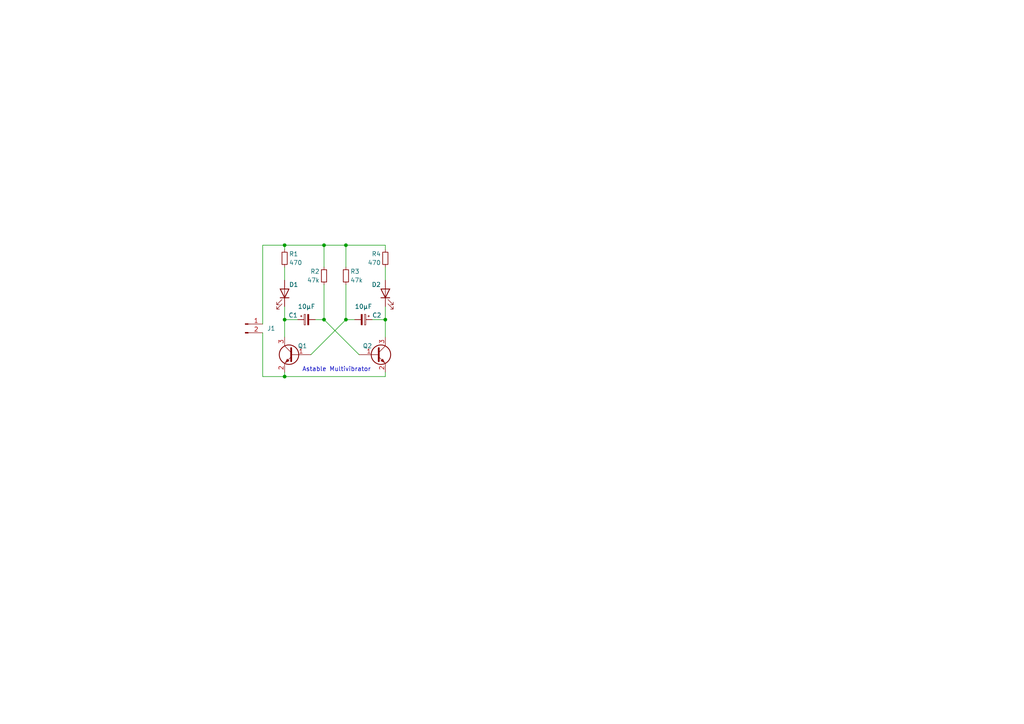
<source format=kicad_sch>
(kicad_sch (version 20230121) (generator eeschema)
  (paper "A4")
  (lib_symbols
    (symbol "Connector:Conn_01x02_Pin" (pin_names (offset 1.016) hide)
      (property "Reference" "J" (at 0 2.54 0))
      (property "Value" "Conn_01x02_Pin" (at 0 -5.08 0))
      (symbol "Conn_01x02_Pin_1_1"
        (polyline (pts (xy 1.27 -2.54) (xy 0.8636 -2.54)) (stroke (width 0.1524)))
        (polyline (pts (xy 1.27 0) (xy 0.8636 0)) (stroke (width 0.1524)))
        (rectangle (start 0.8636 -2.413) (end 0 -2.667) (stroke (width 0.1524)) (fill (type outline)))
        (rectangle (start 0.8636 0.127) (end 0 -0.127) (stroke (width 0.1524)) (fill (type outline)))
        (pin passive line (at 5.08 0 180) (length 3.81) (name "Pin_1") (number "1"))
        (pin passive line (at 5.08 -2.54 180) (length 3.81) (name "Pin_2") (number "2"))
      )
    )
    (symbol "Device:C_Polarized_Small" (pin_numbers hide) (pin_names (offset 0.254) hide)
      (property "Reference" "C" (at 0.254 1.778 0))
      (property "Value" "C_Polarized_Small" (at 0.254 -2.032 0))
      (symbol "C_Polarized_Small_0_1"
        (rectangle (start -1.524 -0.3048) (end 1.524 -0.6858) (fill (type outline)))
        (rectangle (start -1.524 0.6858) (end 1.524 0.3048))
        (polyline (pts (xy -1.27 1.524) (xy -0.762 1.524)))
        (polyline (pts (xy -1.016 1.27) (xy -1.016 1.778)))
      )
      (symbol "C_Polarized_Small_1_1"
        (pin passive line (at 0 2.54 270) (length 1.8542) (name "~") (number "1"))
        (pin passive line (at 0 -2.54 90) (length 1.8542) (name "~") (number "2"))
      )
    )
    (symbol "Device:LED" (pin_numbers hide) (pin_names (offset 1.016) hide)
      (property "Reference" "D" (at 0 2.54 0))
      (property "Value" "LED" (at 0 -2.54 0))
      (symbol "LED_0_1"
        (polyline (pts (xy -1.27 -1.27) (xy -1.27 1.27)) (stroke (width 0.254)))
        (polyline (pts (xy -1.27 0) (xy 1.27 0)))
        (polyline (pts (xy 1.27 -1.27) (xy 1.27 1.27) (xy -1.27 0) (xy 1.27 -1.27)) (stroke (width 0.254)))
        (polyline (pts (xy -3.048 -0.762) (xy -4.572 -2.286) (xy -3.81 -2.286) (xy -4.572 -2.286) (xy -4.572 -1.524)))
        (polyline (pts (xy -1.778 -0.762) (xy -3.302 -2.286) (xy -2.54 -2.286) (xy -3.302 -2.286) (xy -3.302 -1.524)))
      )
      (symbol "LED_1_1"
        (pin passive line (at -3.81 0 0) (length 2.54) (name "K") (number "1"))
        (pin passive line (at 3.81 0 180) (length 2.54) (name "A") (number "2"))
      )
    )
    (symbol "Device:R_Small" (pin_numbers hide) (pin_names (offset 0.254) hide)
      (property "Reference" "R" (at 0.762 0.508 0))
      (property "Value" "R_Small" (at 0.762 -1.016 0))
      (symbol "R_Small_0_1"
        (rectangle (start -0.762 1.778) (end 0.762 -1.778) (stroke (width 0.2032)))
      )
      (symbol "R_Small_1_1"
        (pin passive line (at 0 2.54 270) (length 0.762) (name "~") (number "1"))
        (pin passive line (at 0 -2.54 90) (length 0.762) (name "~") (number "2"))
      )
    )
    (symbol "Transistor_BJT:BC817" (pin_names (offset 0) hide)
      (property "Reference" "Q" (at 5.08 1.905 0))
      (property "Value" "BC817" (at 5.08 0 0))
      (symbol "BC817_0_1"
        (polyline (pts (xy 0.635 0.635) (xy 2.54 2.54)))
        (polyline (pts (xy 0.635 -0.635) (xy 2.54 -2.54) (xy 2.54 -2.54)))
        (polyline (pts (xy 0.635 1.905) (xy 0.635 -1.905) (xy 0.635 -1.905)) (stroke (width 0.508)))
        (polyline (pts (xy 1.27 -1.778) (xy 1.778 -1.27) (xy 2.286 -2.286) (xy 1.27 -1.778) (xy 1.27 -1.778)) (fill (type outline)))
        (circle (center 1.27 0) (radius 2.8194) (stroke (width 0.254)))
      )
      (symbol "BC817_1_1"
        (pin input line (at -5.08 0 0) (length 5.715) (name "B") (number "1"))
        (pin passive line (at 2.54 -5.08 90) (length 2.54) (name "E") (number "2"))
        (pin passive line (at 2.54 5.08 270) (length 2.54) (name "C") (number "3"))
      )
    )
  )
  (junction (at 82.55 109.22))
  (junction (at 100.33 71.12))
  (junction (at 93.98 71.12))
  (junction (at 93.98 92.71))
  (junction (at 82.55 71.12))
  (junction (at 100.33 92.71))
  (junction (at 82.55 92.71))
  (junction (at 111.76 92.71))
  (wire (pts (xy 111.76 88.9) (xy 111.76 92.71)))
  (wire (pts (xy 93.98 71.12) (xy 82.55 71.12)))
  (wire (pts (xy 76.2 71.12) (xy 76.2 93.98)))
  (wire (pts (xy 111.76 107.95) (xy 111.76 109.22)))
  (wire (pts (xy 111.76 92.71) (xy 107.95 92.71)))
  (wire (pts (xy 76.2 109.22) (xy 76.2 96.52)))
  (wire (pts (xy 82.55 71.12) (xy 76.2 71.12)))
  (wire (pts (xy 82.55 92.71) (xy 82.55 97.79)))
  (wire (pts (xy 82.55 107.95) (xy 82.55 109.22)))
  (wire (pts (xy 104.14 102.87) (xy 93.98 92.71)))
  (wire (pts (xy 82.55 71.12) (xy 82.55 72.39)))
  (wire (pts (xy 82.55 109.22) (xy 111.76 109.22)))
  (wire (pts (xy 100.33 71.12) (xy 93.98 71.12)))
  (wire (pts (xy 91.44 92.71) (xy 93.98 92.71)))
  (wire (pts (xy 90.17 102.87) (xy 100.33 92.71)))
  (wire (pts (xy 111.76 92.71) (xy 111.76 97.79)))
  (wire (pts (xy 82.55 77.47) (xy 82.55 81.28)))
  (wire (pts (xy 93.98 71.12) (xy 93.98 77.47)))
  (wire (pts (xy 100.33 92.71) (xy 100.33 82.55)))
  (wire (pts (xy 82.55 92.71) (xy 82.55 88.9)))
  (wire (pts (xy 102.87 92.71) (xy 100.33 92.71)))
  (wire (pts (xy 76.2 109.22) (xy 82.55 109.22)))
  (wire (pts (xy 111.76 71.12) (xy 100.33 71.12)))
  (wire (pts (xy 100.33 71.12) (xy 100.33 77.47)))
  (wire (pts (xy 111.76 77.47) (xy 111.76 81.28)))
  (wire (pts (xy 86.36 92.71) (xy 82.55 92.71)))
  (wire (pts (xy 111.76 72.39) (xy 111.76 71.12)))
  (wire (pts (xy 93.98 92.71) (xy 93.98 82.55)))
  (text "Astable Multivibrator" (at 87.63 107.95 0) (effects (font (size 1.27 1.27)) (justify left bottom)))
  (symbol (lib_id "Device:C_Polarized_Small") (at 105.41 92.71 270) (unit 1)
    (property "Reference" "C2" (at 107.95 91.44 90) (effects (justify left)))
    (property "Value" "10µF" (at 105.41 88.9 90))
  )
  (symbol (lib_id "Device:LED") (at 111.76 85.09 90) (unit 1)
    (property "Reference" "D2" (at 110.49 82.55 90) (effects (justify left)))
    (property "Value" "LED" (effects hide))
  )
  (symbol (lib_id "Device:R_Small") (at 111.76 74.93 0) (unit 1)
    (property "Reference" "R4" (at 110.49 73.66 0) (effects (justify right)))
    (property "Value" "470" (at 110.49 76.2 0) (effects (justify right)))
  )
  (symbol (lib_id "Connector:Conn_01x02_Pin") (at 71.12 93.98 0) (unit 1)
    (property "Reference" "J1" (at 77.47 95.25 0) (effects (justify left)))
    (property "Value" "Conn_01x02_Pin" (effects hide))
  )
  (symbol (lib_id "Transistor_BJT:BC817") (at 109.22 102.87 0) (unit 1)
    (property "Reference" "Q2" (at 107.95 100.33 0) (effects (justify right)))
    (property "Value" "BC817" (effects hide))
    (property "Footprint" "Package_TO_SOT_SMD:SOT-23" (effects hide))
    (property "Datasheet" "https://www.onsemi.com/pub/Collateral/BC818-D.pdf" (effects hide))
  )
  (symbol (lib_id "Device:LED") (at 82.55 85.09 270) (mirror x) (unit 1)
    (property "Reference" "D1" (at 83.82 82.55 90) (effects (justify left)))
    (property "Value" "LED" (effects hide))
  )
  (symbol (lib_id "Device:R_Small") (at 82.55 74.93 0) (unit 1)
    (property "Reference" "R1" (at 83.82 73.66 0) (effects (justify left)))
    (property "Value" "470" (at 83.82 76.2 0) (effects (justify left)))
  )
  (symbol (lib_id "Device:C_Polarized_Small") (at 88.9 92.71 90) (mirror x) (unit 1)
    (property "Reference" "C1" (at 86.36 91.44 90) (effects (justify left)))
    (property "Value" "10µF" (at 88.9 88.9 90))
  )
  (symbol (lib_id "Device:R_Small") (at 100.33 80.01 0) (unit 1)
    (property "Reference" "R3" (at 101.6 78.74 0) (effects (justify left)))
    (property "Value" "47k" (at 101.6 81.28 0) (effects (justify left)))
  )
  (symbol (lib_id "Device:R_Small") (at 93.98 80.01 0) (unit 1)
    (property "Reference" "R2" (at 92.71 78.74 0) (effects (justify right)))
    (property "Value" "47k" (at 92.71 81.28 0) (effects (justify right)))
  )
  (symbol (lib_id "Transistor_BJT:BC817") (at 85.09 102.87 0) (mirror y) (unit 1)
    (property "Reference" "Q1" (at 86.36 100.33 0) (effects (justify right)))
    (property "Value" "BC817" (effects hide))
    (property "Footprint" "Package_TO_SOT_SMD:SOT-23" (effects hide))
    (property "Datasheet" "https://www.onsemi.com/pub/Collateral/BC818-D.pdf" (effects hide))
  )
)
</source>
